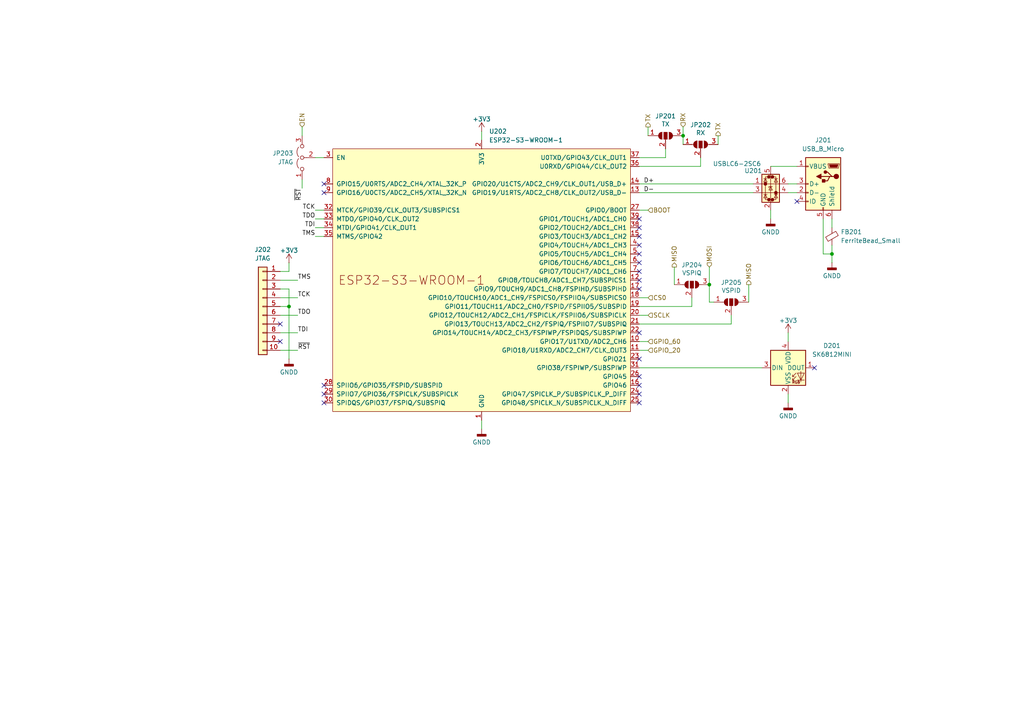
<source format=kicad_sch>
(kicad_sch (version 20250114) (generator "eeschema") (generator_version "9.0")
  (paper "A4")
  (title_block (title "Communication Cape for Beaglebone Black (RS485 / WiFi)") (date "2021-06-13") (rev "0.1") (company "Benedikt Spranger") (comment 1 "SPDX-License-Identifier: CERN-OHL-S-2.0") (comment 2 "https://ohwr.org/cern_ohl_s_v2.txt") (comment 3 "To view a copy of this license, visit ") (comment 4 "This work is licensed under the CERN-OHL-S v2"))
  (lib_symbols
    (symbol "Connector:USB_B_Micro" (pin_names (offset 1.016))
      (property "Reference" "J" (at -5.08 11.43 0))
      (property "Value" "USB_B_Micro" (at -5.08 8.89 0))
      (symbol "USB_B_Micro_0_1"
        (rectangle (start -5.08 -7.62) (end 5.08 7.62) (stroke (width 0.254)) (fill (type background)))
        (polyline (pts (xy -4.699 5.842) (xy -4.699 5.588) (xy -4.445 4.826) (xy -4.445 4.572) (xy -1.651 4.572) (xy -1.651 4.826) (xy -1.397 5.588) (xy -1.397 5.842) (xy -4.699 5.842)))
        (polyline (pts (xy -4.318 5.588) (xy -1.778 5.588) (xy -2.032 4.826) (xy -4.064 4.826) (xy -4.318 5.588)) (fill (type outline)))
        (circle (center -3.81 2.159) (radius 0.635) (stroke (width 0.254)) (fill (type outline)))
        (polyline (pts (xy -3.175 2.159) (xy -2.54 2.159) (xy -1.27 3.429) (xy -0.635 3.429)) (stroke (width 0.254)))
        (polyline (pts (xy -2.54 2.159) (xy -1.905 2.159) (xy -1.27 0.889) (xy 0 0.889)) (stroke (width 0.254)))
        (polyline (pts (xy -1.905 2.159) (xy 0.635 2.159)) (stroke (width 0.254)))
        (circle (center -0.635 3.429) (radius 0.381) (stroke (width 0.254)) (fill (type outline)))
        (rectangle (start -0.127 -7.62) (end 0.127 -6.858))
        (rectangle (start 0.254 1.27) (end -0.508 0.508) (stroke (width 0.254)) (fill (type outline)))
        (polyline (pts (xy 0.635 2.794) (xy 0.635 1.524) (xy 1.905 2.159) (xy 0.635 2.794)) (stroke (width 0.254)) (fill (type outline)))
        (rectangle (start 5.08 4.953) (end 4.318 5.207))
        (rectangle (start 5.08 -0.127) (end 4.318 0.127))
        (rectangle (start 5.08 -2.667) (end 4.318 -2.413))
        (rectangle (start 5.08 -5.207) (end 4.318 -4.953))
      )
      (symbol "USB_B_Micro_1_1"
        (pin passive line (at -2.54 -10.16 90) (length 2.54) (name "Shield") (number "6"))
        (pin power_out line (at 0 -10.16 90) (length 2.54) (name "GND") (number "5"))
        (pin power_out line (at 7.62 5.08 180) (length 2.54) (name "VBUS") (number "1"))
        (pin bidirectional line (at 7.62 0 180) (length 2.54) (name "D+") (number "3"))
        (pin bidirectional line (at 7.62 -2.54 180) (length 2.54) (name "D-") (number "2"))
        (pin passive line (at 7.62 -5.08 180) (length 2.54) (name "ID") (number "4"))
      )
    )
    (symbol "Connector_Generic:Conn_01x10" (pin_names (offset 1.016) (hide yes))
      (property "Reference" "J" (at 0 12.7 0))
      (property "Value" "Conn_01x10" (at 0 -15.24 0))
      (symbol "Conn_01x10_1_1"
        (rectangle (start -1.27 11.43) (end 1.27 -13.97) (stroke (width 0.254)) (fill (type background)))
        (rectangle (start -1.27 10.287) (end 0 10.033) (stroke (width 0.1524)))
        (rectangle (start -1.27 7.747) (end 0 7.493) (stroke (width 0.1524)))
        (rectangle (start -1.27 5.207) (end 0 4.953) (stroke (width 0.1524)))
        (rectangle (start -1.27 2.667) (end 0 2.413) (stroke (width 0.1524)))
        (rectangle (start -1.27 0.127) (end 0 -0.127) (stroke (width 0.1524)))
        (rectangle (start -1.27 -2.413) (end 0 -2.667) (stroke (width 0.1524)))
        (rectangle (start -1.27 -4.953) (end 0 -5.207) (stroke (width 0.1524)))
        (rectangle (start -1.27 -7.493) (end 0 -7.747) (stroke (width 0.1524)))
        (rectangle (start -1.27 -10.033) (end 0 -10.287) (stroke (width 0.1524)))
        (rectangle (start -1.27 -12.573) (end 0 -12.827) (stroke (width 0.1524)))
        (pin passive line (at -5.08 10.16 0) (length 3.81) (name "Pin_1") (number "1"))
        (pin passive line (at -5.08 7.62 0) (length 3.81) (name "Pin_2") (number "2"))
        (pin passive line (at -5.08 5.08 0) (length 3.81) (name "Pin_3") (number "3"))
        (pin passive line (at -5.08 2.54 0) (length 3.81) (name "Pin_4") (number "4"))
        (pin passive line (at -5.08 0 0) (length 3.81) (name "Pin_5") (number "5"))
        (pin passive line (at -5.08 -2.54 0) (length 3.81) (name "Pin_6") (number "6"))
        (pin passive line (at -5.08 -5.08 0) (length 3.81) (name "Pin_7") (number "7"))
        (pin passive line (at -5.08 -7.62 0) (length 3.81) (name "Pin_8") (number "8"))
        (pin passive line (at -5.08 -10.16 0) (length 3.81) (name "Pin_9") (number "9"))
        (pin passive line (at -5.08 -12.7 0) (length 3.81) (name "Pin_10") (number "10"))
      )
    )
    (symbol "Device:FerriteBead_Small" (pin_numbers (hide yes)) (pin_names (offset 0))
      (property "Reference" "FB" (at 1.905 1.27 0))
      (property "Value" "FerriteBead_Small" (at 1.905 -1.27 0))
      (symbol "FerriteBead_Small_0_1"
        (polyline (pts (xy -1.8288 0.2794) (xy -1.1176 1.4986) (xy 1.8288 -0.2032) (xy 1.1176 -1.4224) (xy -1.8288 0.2794)))
        (polyline (pts (xy 0 0.889) (xy 0 1.2954)))
        (polyline (pts (xy 0 -1.27) (xy 0 -0.7874)))
      )
      (symbol "FerriteBead_Small_1_1"
        (pin passive line (at 0 2.54 270) (length 1.27) (name "~") (number "1"))
        (pin passive line (at 0 -2.54 90) (length 1.27) (name "~") (number "2"))
      )
    )
    (symbol "Espressif:ESP32-S3-WROOM-1" (pin_names (offset 1.016))
      (property "Reference" "U" (at -43.18 43.18 0))
      (property "Value" "ESP32-S3-WROOM-1" (at -43.18 40.64 0))
      (symbol "ESP32-S3-WROOM-1_0_0"
        (text "ESP32-S3-WROOM-1" (at -20.32 0 0) (effects (font (size 2.54 2.54))))
        (pin input line (at -45.72 35.56 0) (length 2.54) (name "EN") (number "3"))
        (pin bidirectional line (at -45.72 27.94 0) (length 2.54) (name "GPIO15/U0RTS/ADC2_CH4/XTAL_32K_P") (number "8"))
        (pin bidirectional line (at -45.72 25.4 0) (length 2.54) (name "GPIO16/U0CTS/ADC2_CH5/XTAL_32K_N") (number "9"))
        (pin bidirectional line (at -45.72 20.32 0) (length 2.54) (name "MTCK/GPIO39/CLK_OUT3/SUBSPICS1") (number "32"))
        (pin bidirectional line (at -45.72 17.78 0) (length 2.54) (name "MTDO/GPIO40/CLK_OUT2") (number "33"))
        (pin bidirectional line (at -45.72 15.24 0) (length 2.54) (name "MTDI/GPIO41/CLK_OUT1") (number "34"))
        (pin bidirectional line (at -45.72 12.7 0) (length 2.54) (name "MTMS/GPIO42") (number "35"))
        (pin bidirectional line (at -45.72 -30.48 0) (length 2.54) (name "SPIIO6/GPIO35/FSPID/SUBSPID") (number "28"))
        (pin bidirectional line (at -45.72 -33.02 0) (length 2.54) (name "SPIIO7/GPIO36/FSPICLK/SUBSPICLK") (number "29"))
        (pin bidirectional line (at -45.72 -35.56 0) (length 2.54) (name "SPIDQS/GPIO37/FSPIQ/SUBSPIQ") (number "30"))
        (pin power_in line (at 0 40.64 270) (length 2.54) (name "3V3") (number "2"))
        (pin power_in line (at 0 -40.64 90) (length 2.54) (name "GND") (number "1"))
        (pin passive line (at 0 -40.64 90) (length 2.54) (hide yes) (name "GND") (number "40"))
        (pin passive line (at 0 -40.64 90) (length 2.54) (hide yes) (name "GND") (number "41"))
        (pin bidirectional line (at 45.72 35.56 180) (length 2.54) (name "U0TXD/GPIO43/CLK_OUT1") (number "37"))
        (pin bidirectional line (at 45.72 33.02 180) (length 2.54) (name "U0RXD/GPIO44/CLK_OUT2") (number "36"))
        (pin bidirectional line (at 45.72 27.94 180) (length 2.54) (name "GPIO20/U1CTS/ADC2_CH9/CLK_OUT1/USB_D+") (number "14"))
        (pin bidirectional line (at 45.72 25.4 180) (length 2.54) (name "GPIO19/U1RTS/ADC2_CH8/CLK_OUT2/USB_D-") (number "13"))
        (pin bidirectional line (at 45.72 20.32 180) (length 2.54) (name "GPIO0/BOOT") (number "27"))
        (pin bidirectional line (at 45.72 17.78 180) (length 2.54) (name "GPIO1/TOUCH1/ADC1_CH0") (number "39"))
        (pin bidirectional line (at 45.72 15.24 180) (length 2.54) (name "GPIO2/TOUCH2/ADC1_CH1") (number "38"))
        (pin bidirectional line (at 45.72 12.7 180) (length 2.54) (name "GPIO3/TOUCH3/ADC1_CH2") (number "15"))
        (pin bidirectional line (at 45.72 10.16 180) (length 2.54) (name "GPIO4/TOUCH4/ADC1_CH3") (number "4"))
        (pin bidirectional line (at 45.72 7.62 180) (length 2.54) (name "GPIO5/TOUCH5/ADC1_CH4") (number "5"))
        (pin bidirectional line (at 45.72 5.08 180) (length 2.54) (name "GPIO6/TOUCH6/ADC1_CH5") (number "6"))
        (pin bidirectional line (at 45.72 2.54 180) (length 2.54) (name "GPIO7/TOUCH7/ADC1_CH6") (number "7"))
        (pin bidirectional line (at 45.72 0 180) (length 2.54) (name "GPIO8/TOUCH8/ADC1_CH7/SUBSPICS1") (number "12"))
        (pin bidirectional line (at 45.72 -2.54 180) (length 2.54) (name "GPIO9/TOUCH9/ADC1_CH8/FSPIHD/SUBSPIHD") (number "17"))
        (pin bidirectional line (at 45.72 -5.08 180) (length 2.54) (name "GPIO10/TOUCH10/ADC1_CH9/FSPICS0/FSPIIO4/SUBSPICS0") (number "18"))
        (pin bidirectional line (at 45.72 -7.62 180) (length 2.54) (name "GPIO11/TOUCH11/ADC2_CH0/FSPID/FSPIIO5/SUBSPID") (number "19"))
        (pin bidirectional line (at 45.72 -10.16 180) (length 2.54) (name "GPIO12/TOUCH12/ADC2_CH1/FSPICLK/FSPIIO6/SUBSPICLK") (number "20"))
        (pin bidirectional line (at 45.72 -12.7 180) (length 2.54) (name "GPIO13/TOUCH13/ADC2_CH2/FSPIQ/FSPIIO7/SUBSPIQ") (number "21"))
        (pin bidirectional line (at 45.72 -15.24 180) (length 2.54) (name "GPIO14/TOUCH14/ADC2_CH3/FSPIWP/FSPIDQS/SUBSPIWP") (number "22"))
        (pin bidirectional line (at 45.72 -17.78 180) (length 2.54) (name "GPIO17/U1TXD/ADC2_CH6") (number "10"))
        (pin bidirectional line (at 45.72 -20.32 180) (length 2.54) (name "GPIO18/U1RXD/ADC2_CH7/CLK_OUT3") (number "11"))
        (pin bidirectional line (at 45.72 -22.86 180) (length 2.54) (name "GPIO21") (number "23"))
        (pin bidirectional line (at 45.72 -25.4 180) (length 2.54) (name "GPIO38/FSPIWP/SUBSPIWP") (number "31"))
        (pin bidirectional line (at 45.72 -27.94 180) (length 2.54) (name "GPIO45") (number "26"))
        (pin bidirectional line (at 45.72 -30.48 180) (length 2.54) (name "GPIO46") (number "16"))
        (pin bidirectional line (at 45.72 -33.02 180) (length 2.54) (name "GPIO47/SPICLK_P/SUBSPICLK_P_DIFF") (number "24"))
        (pin bidirectional line (at 45.72 -35.56 180) (length 2.54) (name "GPIO48/SPICLK_N/SUBSPICLK_N_DIFF") (number "25"))
      )
      (symbol "ESP32-S3-WROOM-1_0_1"
        (rectangle (start -43.18 38.1) (end 43.18 -38.1) (fill (type background)))
      )
    )
    (symbol "Jumper:Jumper_3_Open" (pin_names (offset 0) (hide yes)) (in_bom no)
      (property "Reference" "JP" (at -2.54 -2.54 0))
      (property "Value" "Jumper_3_Open" (at 0 2.794 0))
      (symbol "Jumper_3_Open_0_0"
        (circle (center -3.302 0) (radius 0.508))
        (circle (center 0 0) (radius 0.508))
        (circle (center 3.302 0) (radius 0.508))
      )
      (symbol "Jumper_3_Open_0_1"
        (arc (start -3.048 1.016) (mid -1.651 1.4992) (end -0.254 1.016))
        (polyline (pts (xy 0 -0.508) (xy 0 -1.27)))
        (arc (start 0.254 1.016) (mid 1.651 1.4992) (end 3.048 1.016))
      )
      (symbol "Jumper_3_Open_1_1"
        (pin passive line (at -6.35 0 0) (length 2.54) (name "A") (number "1"))
        (pin passive line (at 0 -3.81 90) (length 2.54) (name "C") (number "2"))
        (pin passive line (at 6.35 0 180) (length 2.54) (name "B") (number "3"))
      )
    )
    (symbol "Jumper:SolderJumper_3_Open" (pin_names (offset 0) (hide yes)) (in_bom no)
      (property "Reference" "JP" (at -2.54 -2.54 0))
      (property "Value" "SolderJumper_3_Open" (at 0 2.794 0))
      (symbol "SolderJumper_3_Open_0_1"
        (polyline (pts (xy -2.54 0) (xy -2.032 0)))
        (polyline (pts (xy -1.016 1.016) (xy -1.016 -1.016)))
        (arc (start -1.016 -1.016) (mid -2.0276 0) (end -1.016 1.016))
        (arc (start -1.016 -1.016) (mid -2.0276 0) (end -1.016 1.016) (fill (type outline)))
        (rectangle (start -0.508 1.016) (end 0.508 -1.016) (fill (type outline)))
        (polyline (pts (xy 0 -1.27) (xy 0 -1.016)))
        (arc (start 1.016 1.016) (mid 2.0276 0) (end 1.016 -1.016))
        (arc (start 1.016 1.016) (mid 2.0276 0) (end 1.016 -1.016) (fill (type outline)))
        (polyline (pts (xy 1.016 1.016) (xy 1.016 -1.016)))
        (polyline (pts (xy 2.54 0) (xy 2.032 0)))
      )
      (symbol "SolderJumper_3_Open_1_1"
        (pin passive line (at -5.08 0 0) (length 2.54) (name "A") (number "1"))
        (pin passive line (at 0 -3.81 90) (length 2.54) (name "C") (number "2"))
        (pin passive line (at 5.08 0 180) (length 2.54) (name "B") (number "3"))
      )
    )
    (symbol "LED:SK6812MINI" (pin_names (offset 0.254))
      (property "Reference" "D" (at 5.08 5.715 0))
      (property "Value" "SK6812MINI" (at 1.27 -5.715 0))
      (symbol "SK6812MINI_0_0"
        (text "RGB" (at 2.286 -4.191 0) (effects (font (size 0.762 0.762))))
      )
      (symbol "SK6812MINI_0_1"
        (polyline (pts (xy 1.27 -2.54) (xy 1.778 -2.54)))
        (polyline (pts (xy 1.27 -3.556) (xy 1.778 -3.556)))
        (polyline (pts (xy 2.286 -1.524) (xy 1.27 -2.54) (xy 1.27 -2.032)))
        (polyline (pts (xy 2.286 -2.54) (xy 1.27 -3.556) (xy 1.27 -3.048)))
        (polyline (pts (xy 3.683 -1.016) (xy 3.683 -3.556) (xy 3.683 -4.064)))
        (polyline (pts (xy 4.699 -1.524) (xy 2.667 -1.524) (xy 3.683 -3.556) (xy 4.699 -1.524)))
        (polyline (pts (xy 4.699 -3.556) (xy 2.667 -3.556)))
        (rectangle (start 5.08 5.08) (end -5.08 -5.08) (stroke (width 0.254)) (fill (type background)))
      )
      (symbol "SK6812MINI_1_1"
        (pin input line (at -7.62 0 0) (length 2.54) (name "DIN") (number "3"))
        (pin power_in line (at 0 7.62 270) (length 2.54) (name "VDD") (number "4"))
        (pin power_in line (at 0 -7.62 90) (length 2.54) (name "VSS") (number "2"))
        (pin output line (at 7.62 0 180) (length 2.54) (name "DOUT") (number "1"))
      )
    )
    (symbol "Power_Protection:USBLC6-2SC6" (pin_names (hide yes))
      (property "Reference" "U" (at 0.635 5.715 0))
      (property "Value" "USBLC6-2SC6" (at 0.635 3.81 0))
      (symbol "USBLC6-2SC6_0_0"
        (circle (center -1.524 0) (radius 0.0001) (stroke (width 0.508)))
        (circle (center -0.508 2.032) (radius 0.0001) (stroke (width 0.508)))
        (circle (center -0.508 -4.572) (radius 0.0001) (stroke (width 0.508)))
        (circle (center 0.508 2.032) (radius 0.0001) (stroke (width 0.508)))
        (circle (center 0.508 -4.572) (radius 0.0001) (stroke (width 0.508)))
        (circle (center 1.524 -2.54) (radius 0.0001) (stroke (width 0.508)))
      )
      (symbol "USBLC6-2SC6_0_1"
        (polyline (pts (xy -2.54 0) (xy 2.54 0)))
        (polyline (pts (xy -2.54 -2.54) (xy 2.54 -2.54)))
        (polyline (pts (xy -2.032 0.508) (xy -1.016 0.508) (xy -1.524 1.524) (xy -2.032 0.508)))
        (polyline (pts (xy -2.032 -3.048) (xy -1.016 -3.048)))
        (polyline (pts (xy -1.016 1.524) (xy -2.032 1.524)))
        (polyline (pts (xy -1.016 -4.064) (xy -2.032 -4.064) (xy -1.524 -3.048) (xy -1.016 -4.064)))
        (polyline (pts (xy -0.508 -1.143) (xy -0.508 -0.762) (xy 0.508 -0.762)))
        (polyline (pts (xy 0 2.54) (xy -0.508 2.032) (xy 0.508 2.032) (xy 0 1.524) (xy 0 -4.064) (xy -0.508 -4.572) (xy 0.508 -4.572) (xy 0 -5.08)))
        (polyline (pts (xy 0.508 -1.778) (xy -0.508 -1.778) (xy 0 -0.762) (xy 0.508 -1.778)))
        (polyline (pts (xy 1.016 1.524) (xy 2.032 1.524)))
        (polyline (pts (xy 1.016 -3.048) (xy 2.032 -3.048)))
        (polyline (pts (xy 2.032 0.508) (xy 1.016 0.508) (xy 1.524 1.524) (xy 2.032 0.508)))
        (polyline (pts (xy 2.032 -4.064) (xy 1.016 -4.064) (xy 1.524 -3.048) (xy 2.032 -4.064)))
      )
      (symbol "USBLC6-2SC6_1_1"
        (rectangle (start -2.54 2.794) (end 2.54 -5.334) (stroke (width 0.254)) (fill (type background)))
        (polyline (pts (xy -0.508 2.032) (xy -1.524 2.032) (xy -1.524 -4.572) (xy -0.508 -4.572)))
        (polyline (pts (xy 0.508 -4.572) (xy 1.524 -4.572) (xy 1.524 2.032) (xy 0.508 2.032)))
        (pin passive line (at -5.08 0 0) (length 2.54) (name "I/O1") (number "1"))
        (pin passive line (at -5.08 -2.54 0) (length 2.54) (name "I/O2") (number "3"))
        (pin passive line (at 0 5.08 270) (length 2.54) (name "VBUS") (number "5"))
        (pin passive line (at 0 -7.62 90) (length 2.54) (name "GND") (number "2"))
        (pin passive line (at 5.08 0 180) (length 2.54) (name "I/O1") (number "6"))
        (pin passive line (at 5.08 -2.54 180) (length 2.54) (name "I/O2") (number "4"))
      )
    )
    (symbol "power:+3.3V" (power) (pin_numbers (hide yes)) (pin_names (offset 0) (hide yes))
      (property "Value" "+3.3V" (at 0 3.556 0))
      (symbol "+3.3V_0_1"
        (polyline (pts (xy -0.762 1.27) (xy 0 2.54)))
        (polyline (pts (xy 0 2.54) (xy 0.762 1.27)))
        (polyline (pts (xy 0 0) (xy 0 2.54)))
      )
      (symbol "+3.3V_1_1"
        (pin power_in line (at 0 0 90) (length 0) (name "~") (number "1"))
      )
    )
    (symbol "power:GNDD" (power) (pin_numbers (hide yes)) (pin_names (offset 0) (hide yes))
      (property "Value" "GNDD" (at 0 -3.175 0))
      (symbol "GNDD_0_1"
        (rectangle (start -1.27 -1.524) (end 1.27 -2.032) (stroke (width 0.254)) (fill (type outline)))
        (polyline (pts (xy 0 0) (xy 0 -1.524)))
      )
      (symbol "GNDD_1_1"
        (pin power_in line (at 0 0 270) (length 0) (name "~") (number "1"))
      )
    )
  )
  (junction (at 198.12 39.37))
  (junction (at 83.82 88.9))
  (junction (at 205.74 82.55))
  (junction (at 241.3 73.66))
  (no_connect (at 81.28 99.06))
  (no_connect (at 185.42 66.04))
  (no_connect (at 185.42 76.2))
  (no_connect (at 185.42 68.58))
  (no_connect (at 185.42 104.14))
  (no_connect (at 93.98 53.34))
  (no_connect (at 185.42 63.5))
  (no_connect (at 185.42 96.52))
  (no_connect (at 93.98 114.3))
  (no_connect (at 185.42 71.12))
  (no_connect (at 185.42 78.74))
  (no_connect (at 93.98 55.88))
  (no_connect (at 185.42 83.82))
  (no_connect (at 185.42 109.22))
  (no_connect (at 93.98 116.84))
  (no_connect (at 231.14 58.42))
  (no_connect (at 185.42 73.66))
  (no_connect (at 185.42 81.28))
  (no_connect (at 236.22 106.68))
  (no_connect (at 185.42 111.76))
  (no_connect (at 93.98 111.76))
  (no_connect (at 81.28 93.98))
  (no_connect (at 185.42 116.84))
  (no_connect (at 185.42 114.3))
  (wire (pts (xy 198.12 39.37) (xy 198.12 41.91)))
  (wire (pts (xy 91.44 63.5) (xy 93.98 63.5)))
  (wire (pts (xy 241.3 63.5) (xy 241.3 66.04)))
  (wire (pts (xy 185.42 101.6) (xy 187.96 101.6)))
  (wire (pts (xy 205.74 82.55) (xy 205.74 87.63)))
  (wire (pts (xy 81.28 91.44) (xy 86.36 91.44)))
  (wire (pts (xy 241.3 73.66) (xy 241.3 76.2)))
  (wire (pts (xy 91.44 68.58) (xy 93.98 68.58)))
  (wire (pts (xy 205.74 87.63) (xy 207.01 87.63)))
  (wire (pts (xy 81.28 96.52) (xy 86.36 96.52)))
  (wire (pts (xy 208.28 39.37) (xy 208.28 41.91)))
  (wire (pts (xy 81.28 83.82) (xy 83.82 83.82)))
  (wire (pts (xy 185.42 55.88) (xy 218.44 55.88)))
  (wire (pts (xy 81.28 88.9) (xy 83.82 88.9)))
  (wire (pts (xy 185.42 88.9) (xy 200.66 88.9)))
  (wire (pts (xy 81.28 81.28) (xy 86.36 81.28)))
  (wire (pts (xy 87.63 52.07) (xy 87.63 54.61)))
  (wire (pts (xy 195.58 77.47) (xy 195.58 82.55)))
  (wire (pts (xy 81.28 78.74) (xy 83.82 78.74)))
  (wire (pts (xy 200.66 88.9) (xy 200.66 86.36)))
  (wire (pts (xy 81.28 101.6) (xy 86.36 101.6)))
  (wire (pts (xy 238.76 63.5) (xy 238.76 73.66)))
  (wire (pts (xy 185.42 48.26) (xy 203.2 48.26)))
  (wire (pts (xy 185.42 106.68) (xy 220.98 106.68)))
  (wire (pts (xy 185.42 93.98) (xy 212.09 93.98)))
  (wire (pts (xy 223.52 60.96) (xy 223.52 63.5)))
  (wire (pts (xy 83.82 83.82) (xy 83.82 88.9)))
  (wire (pts (xy 187.96 60.96) (xy 185.42 60.96)))
  (wire (pts (xy 238.76 73.66) (xy 241.3 73.66)))
  (wire (pts (xy 217.17 82.55) (xy 217.17 87.63)))
  (wire (pts (xy 203.2 48.26) (xy 203.2 45.72)))
  (wire (pts (xy 185.42 53.34) (xy 218.44 53.34)))
  (wire (pts (xy 187.96 91.44) (xy 185.42 91.44)))
  (wire (pts (xy 91.44 60.96) (xy 93.98 60.96)))
  (wire (pts (xy 87.63 36.83) (xy 87.63 39.37)))
  (wire (pts (xy 193.04 45.72) (xy 193.04 43.18)))
  (wire (pts (xy 187.96 36.83) (xy 187.96 39.37)))
  (wire (pts (xy 91.44 66.04) (xy 93.98 66.04)))
  (wire (pts (xy 83.82 78.74) (xy 83.82 76.2)))
  (wire (pts (xy 241.3 73.66) (xy 241.3 71.12)))
  (wire (pts (xy 139.7 121.92) (xy 139.7 124.46)))
  (wire (pts (xy 198.12 36.83) (xy 198.12 39.37)))
  (wire (pts (xy 212.09 93.98) (xy 212.09 91.44)))
  (wire (pts (xy 185.42 45.72) (xy 193.04 45.72)))
  (wire (pts (xy 223.52 48.26) (xy 231.14 48.26)))
  (wire (pts (xy 228.6 55.88) (xy 231.14 55.88)))
  (wire (pts (xy 228.6 96.52) (xy 228.6 99.06)))
  (wire (pts (xy 228.6 53.34) (xy 231.14 53.34)))
  (wire (pts (xy 81.28 86.36) (xy 86.36 86.36)))
  (wire (pts (xy 93.98 45.72) (xy 91.44 45.72)))
  (wire (pts (xy 139.7 38.1) (xy 139.7 40.64)))
  (wire (pts (xy 83.82 88.9) (xy 83.82 104.14)))
  (wire (pts (xy 205.74 77.47) (xy 205.74 82.55)))
  (wire (pts (xy 228.6 114.3) (xy 228.6 116.84)))
  (wire (pts (xy 185.42 86.36) (xy 187.96 86.36)))
  (wire (pts (xy 185.42 99.06) (xy 187.96 99.06)))
  (label "TDO" (at 86.36 91.44 0))
  (label "TDI" (at 91.44 66.04 180))
  (label "TMS" (at 91.44 68.58 180))
  (label "D-" (at 186.69 55.88 0))
  (label "TDI" (at 86.36 96.52 0))
  (label "D+" (at 186.69 53.34 0))
  (label "TCK" (at 91.44 60.96 180))
  (label "TDO" (at 91.44 63.5 180))
  (label "~{RST}" (at 86.36 101.6 0))
  (label "~{RST}" (at 87.63 54.61 270))
  (label "TMS" (at 86.36 81.28 0))
  (label "TCK" (at 86.36 86.36 0))
  (hierarchical_label "MOSI" (shape input) (at 205.74 77.47 90))
  (hierarchical_label "MISO" (shape output) (at 217.17 82.55 90))
  (hierarchical_label "CS0" (shape input) (at 187.96 86.36 0))
  (hierarchical_label "EN" (shape input) (at 87.63 36.83 90))
  (hierarchical_label "BOOT" (shape input) (at 187.96 60.96 0))
  (hierarchical_label "RX" (shape input) (at 198.12 36.83 90))
  (hierarchical_label "TX" (shape output) (at 208.28 39.37 90))
  (hierarchical_label "SCLK" (shape input) (at 187.96 91.44 0))
  (hierarchical_label "MISO" (shape output) (at 195.58 77.47 90))
  (hierarchical_label "TX" (shape output) (at 187.96 36.83 90))
  (hierarchical_label "GPIO_20" (shape input) (at 187.96 101.6 0))
  (hierarchical_label "GPIO_60" (shape input) (at 187.96 99.06 0))
  (symbol (lib_id "power:GNDD") (at 139.7 124.46 0) (unit 1)
    (property "Reference" "#PWR0209" (effects (hide yes)))
    (property "Value" "GNDD" (at 139.7 128.27 0))
    (property "Description" "Power symbol creates a global label with name \"GNDD\" , digital ground" (effects (hide yes)))
  )
  (symbol (lib_id "power:+3.3V") (at 83.82 76.2 0) (unit 1)
    (property "Reference" "#PWR0204" (effects (hide yes)))
    (property "Value" "+3V3" (at 83.82 72.644 0))
    (property "Description" "Power symbol creates a global label with name \"+3.3V\"" (effects (hide yes)))
  )
  (symbol (lib_id "Jumper:SolderJumper_3_Open") (at 193.04 39.37 0) (unit 1) (in_bom no)
    (property "Reference" "JP201" (at 193.04 33.6804 0))
    (property "Value" "TX" (at 193.04 35.9918 0))
    (property "Footprint" "Jumper:SolderJumper-3_P1.3mm_Open_RoundedPad1.0x1.5mm" (effects (hide yes)))
    (property "Description" "Solder Jumper, 3-pole, open" (effects (hide yes)))
    (property "assemble" "n" (effects (hide yes)))
    (property "Source" "---" (effects (hide yes)))
    (property "MP" "N/A" (effects (hide yes)))
  )
  (symbol (lib_id "Jumper:SolderJumper_3_Open") (at 203.2 41.91 0) (unit 1) (in_bom no)
    (property "Reference" "JP202" (at 203.2 36.2204 0))
    (property "Value" "RX" (at 203.2 38.5318 0))
    (property "Footprint" "Jumper:SolderJumper-3_P1.3mm_Open_RoundedPad1.0x1.5mm" (effects (hide yes)))
    (property "Description" "Solder Jumper, 3-pole, open" (effects (hide yes)))
    (property "assemble" "n" (effects (hide yes)))
    (property "Source" "---" (effects (hide yes)))
    (property "MP" "N/A" (effects (hide yes)))
  )
  (symbol (lib_id "Jumper:SolderJumper_3_Open") (at 200.66 82.55 0) (unit 1) (in_bom no)
    (property "Reference" "JP204" (at 200.66 76.8604 0))
    (property "Value" "VSPIQ" (at 200.66 79.1718 0))
    (property "Footprint" "Jumper:SolderJumper-3_P1.3mm_Open_RoundedPad1.0x1.5mm" (effects (hide yes)))
    (property "Description" "Solder Jumper, 3-pole, open" (effects (hide yes)))
    (property "assemble" "n" (effects (hide yes)))
    (property "Source" "---" (effects (hide yes)))
    (property "MP" "N/A" (effects (hide yes)))
  )
  (symbol (lib_id "Jumper:SolderJumper_3_Open") (at 212.09 87.63 0) (unit 1) (in_bom no)
    (property "Reference" "JP205" (at 212.09 81.9404 0))
    (property "Value" "VSPID" (at 212.09 84.2518 0))
    (property "Footprint" "Jumper:SolderJumper-3_P1.3mm_Open_RoundedPad1.0x1.5mm" (effects (hide yes)))
    (property "Description" "Solder Jumper, 3-pole, open" (effects (hide yes)))
    (property "assemble" "n" (effects (hide yes)))
    (property "Source" "---" (effects (hide yes)))
    (property "MP" "N/A" (effects (hide yes)))
  )
  (symbol (lib_id "power:+3.3V") (at 228.6 96.52 0) (unit 1)
    (property "Reference" "#PWR0206" (effects (hide yes)))
    (property "Value" "+3V3" (at 228.6 92.964 0))
    (property "Description" "Power symbol creates a global label with name \"+3.3V\"" (effects (hide yes)))
  )
  (symbol (lib_id "power:GNDD") (at 83.82 104.14 0) (unit 1)
    (property "Reference" "#PWR0207" (effects (hide yes)))
    (property "Value" "GNDD" (at 83.82 107.95 0))
    (property "Description" "Power symbol creates a global label with name \"GNDD\" , digital ground" (effects (hide yes)))
  )
  (symbol (lib_id "Connector:USB_B_Micro") (at 238.76 53.34 0) (mirror y) (unit 1)
    (property "Reference" "J201" (at 238.76 40.64 0))
    (property "Value" "USB_B_Micro" (at 238.76 43.18 0))
    (property "Footprint" "Connector_USB:USB_Micro-B_Amphenol_10103594-0001LF_Horizontal" (effects (hide yes)))
    (property "Description" "USB Micro Type B connector" (effects (hide yes)))
    (property "Long Description" "-30℃~+80℃ 1 5P Female Micro-B Surface Mount, Right Angle USB 2.0 SMD USB Connectors ROHS" (effects (hide yes)))
    (property "Source" "JLCPCB" (effects (hide yes)))
    (property "SupplLink" "https://jlcpcb.com/partdetail/AmphenolICC-101035940001LF/C428495" (effects (hide yes)))
    (property "assemble" "y" (effects (hide yes)))
    (property "MF" "Amphenol ICC" (effects (hide yes)))
    (property "MP" "10103594-0001LF" (effects (hide yes)))
    (property "lcsc#" "C428495" (effects (hide yes)))
  )
  (symbol (lib_id "power:GNDD") (at 223.52 63.5 0) (unit 1)
    (property "Reference" "#PWR0203" (effects (hide yes)))
    (property "Value" "GNDD" (at 223.52 67.31 0))
    (property "Description" "Power symbol creates a global label with name \"GNDD\" , digital ground" (effects (hide yes)))
  )
  (symbol (lib_id "Espressif:ESP32-S3-WROOM-1") (at 139.7 81.28 0) (unit 1)
    (property "Reference" "U202" (at 141.8433 38.1 0) (effects (justify left)))
    (property "Value" "ESP32-S3-WROOM-1" (at 141.8433 40.64 0) (effects (justify left)))
    (property "Footprint" "PCM_Espressif:ESP32-S3-WROOM-1U" (effects (hide yes)))
    (property "Datasheet" "https://www.espressif.com/sites/default/files/documentation/esp32-s3-wroom-1_wroom-1u_datasheet_en.pdf" (effects (hide yes)))
    (property "Description" "2.4 GHz WiFi (802.11 b/g/n) and Bluetooth ® 5 (LE) module Built around ESP32S3 series of SoCs, Xtensa ® dualcore 32bit LX7 microprocessor Flash up to 16 MB, PSRAM up to 8 MB 36 GPIOs, rich set of peripherals Onboard PCB antenna" (effects (hide yes)))
    (property "Long Description" "SMD,19.2x18mm WiFi Modules ROHS" (effects (hide yes)))
    (property "Source" "JLCPCB" (effects (hide yes)))
    (property "SupplLink" "https://jlcpcb.com/partdetail/3522416-ESP32_S3_WROOM_1UN16R8/C3013946" (effects (hide yes)))
    (property "assemble" "y" (effects (hide yes)))
    (property "MF" "Espressif Systems" (effects (hide yes)))
    (property "MP" "ESP32-S3-WROOM-1U-N16R8" (effects (hide yes)))
    (property "lcsc#" "C3013946" (effects (hide yes)))
  )
  (symbol (lib_id "power:GNDD") (at 241.3 76.2 0) (unit 1)
    (property "Reference" "#PWR0205" (effects (hide yes)))
    (property "Value" "GNDD" (at 241.3 80.01 0))
    (property "Description" "Power symbol creates a global label with name \"GNDD\" , digital ground" (effects (hide yes)))
  )
  (symbol (lib_id "Jumper:Jumper_3_Open") (at 87.63 45.72 90) (unit 1) (in_bom no)
    (property "Reference" "JP203" (at 85.09 44.4499 90) (effects (justify left)))
    (property "Value" "JTAG" (at 85.09 46.9899 90) (effects (justify left)))
    (property "Footprint" "Connector_PinHeader_2.54mm:PinHeader_1x03_P2.54mm_Vertical" (effects (hide yes)))
    (property "Description" "Jumper, 3-pole, both open" (effects (hide yes)))
    (property "Long Description" "Connector: pin strips; pin header; male; PIN: 3; THT; straight; 1x3" (effects (hide yes)))
    (property "Source" "TME" (effects (hide yes)))
    (property "SupplLink" "https://www.tme.eu/de/en/details/zl201-03g/pin-headers/connfly/ds1021-1-3sf11-b/" (effects (hide yes)))
    (property "tme#" "ZL201-03G" (effects (hide yes)))
    (property "assemble" "n" (effects (hide yes)))
    (property "MF" "CONNFLY" (effects (hide yes)))
    (property "MP" "DS1021-1*3SF11-B" (effects (hide yes)))
  )
  (symbol (lib_id "power:GNDD") (at 228.6 116.84 0) (unit 1)
    (property "Reference" "#PWR0208" (effects (hide yes)))
    (property "Value" "GNDD" (at 228.6 120.65 0))
    (property "Description" "Power symbol creates a global label with name \"GNDD\" , digital ground" (effects (hide yes)))
  )
  (symbol (lib_id "Connector_Generic:Conn_01x10") (at 76.2 88.9 0) (mirror y) (unit 1)
    (property "Reference" "J202" (at 76.2 72.39 0))
    (property "Value" "JTAG" (at 76.2 74.93 0))
    (property "Footprint" "Connector:Tag-Connect_TC2050-IDC-FP_2x05_P1.27mm_Vertical" (effects (hide yes)))
    (property "Description" "Generic connector, single row, 01x10, script generated (kicad-library-utils/schlib/autogen/connector/)" (effects (hide yes)))
    (property "Source" "---" (effects (hide yes)))
    (property "assemble" "n" (effects (hide yes)))
    (property "MF" "Tag Connect" (effects (hide yes)))
    (property "MP" "TC2050-IDC-FP" (effects (hide yes)))
  )
  (symbol (lib_id "Power_Protection:USBLC6-2SC6") (at 223.52 53.34 0) (unit 1)
    (property "Reference" "U201" (at 215.9 49.53 0) (effects (justify left)))
    (property "Value" "USBLC6-2SC6" (at 206.756 47.498 0) (effects (justify left)))
    (property "Footprint" "Package_TO_SOT_SMD:SOT-23-6" (effects (hide yes)))
    (property "Datasheet" "https://www.st.com/resource/en/datasheet/usblc6-2.pdf" (effects (hide yes)))
    (property "Description" "Very low capacitance ESD protection diode, 2 data-line, SOT-23-6" (effects (hide yes)))
    (property "Long Description" "0.8pF 100nA 150W@8/20us 15V 2 5V 6A@8/20us 6V ESD SOT-23-6 ESD and Surge Protection (TVS/ESD) ROHS" (effects (hide yes)))
    (property "Source" "JLCPCB" (effects (hide yes)))
    (property "SupplLink" "https://jlcpcb.com/partdetail/2790619-USBLC62SC6/C2687116" (effects (hide yes)))
    (property "assemble" "y" (effects (hide yes)))
    (property "MF" "UMW(Youtai Semiconductor Co., Ltd.)" (effects (hide yes)))
    (property "MP" "USBLC6-2SC6" (effects (hide yes)))
    (property "lcsc#" "C2687116" (effects (hide yes)))
  )
  (symbol (lib_id "LED:SK6812MINI") (at 228.6 106.68 0) (unit 1)
    (property "Reference" "D201" (at 241.3 100.2598 0))
    (property "Value" "SK6812MINI" (at 241.3 102.7998 0))
    (property "Footprint" "LED_SMD:LED_SK6812MINI_PLCC4_3.5x3.5mm_P1.75mm" (effects (hide yes)))
    (property "Datasheet" "https://cdn-shop.adafruit.com/product-files/2686/SK6812MINI_REV.01-1-2.pdf" (effects (hide yes)))
    (property "Description" "RGB LED with integrated controller" (effects (hide yes)))
    (property "Long Description" "-40℃~+85℃ 0.6mA 1.95mm 120° 1kHz 2000V 3.5mm 3.7V~5.5V 3.7mm 800Kbit/s B:465nm~475nm R:200mcd~385mcd Semi-transparent lens SMD-4P,3.7x3.5mm RGB LEDs(Built-in IC) ROHS" (effects (hide yes)))
    (property "Source" "JLCPCB" (effects (hide yes)))
    (property "SupplLink" "https://jlcpcb.com/partdetail/OPSCOOptoelectronics-SK6812MINIHS/C2922787" (effects (hide yes)))
    (property "assemble" "y" (effects (hide yes)))
    (property "MF" "OPSCO Optoelectronics" (effects (hide yes)))
    (property "MP" "SK6812MINI-HS" (effects (hide yes)))
    (property "lcsc#" "C2922787" (effects (hide yes)))
  )
  (symbol (lib_id "power:+3.3V") (at 139.7 38.1 0) (unit 1)
    (property "Reference" "#PWR0201" (effects (hide yes)))
    (property "Value" "+3V3" (at 139.7 34.544 0))
    (property "Description" "Power symbol creates a global label with name \"+3.3V\"" (effects (hide yes)))
  )
  (symbol (lib_id "Device:FerriteBead_Small") (at 241.3 68.58 0) (mirror y) (unit 1)
    (property "Reference" "FB201" (at 243.84 67.2718 0) (effects (justify right)))
    (property "Value" "FerriteBead_Small" (at 243.84 69.8118 0) (effects (justify right)))
    (property "Footprint" "Inductor_SMD:L_0402_1005Metric" (effects (hide yes)))
    (property "Description" "Ferrite bead, small symbol" (effects (hide yes)))
    (property "Long Description" "-55℃~+125℃ 1 120Ω@100MHz 2A 50mΩ ±25% 0603 Ferrite Beads ROHS" (effects (hide yes)))
    (property "Source" "JLCPCB" (effects (hide yes)))
    (property "SupplLink" "https://jlcpcb.com/partdetail/MurataElectronics-BLM18PG121SN1D/C14709" (effects (hide yes)))
    (property "assemble" "y" (effects (hide yes)))
    (property "MF" "Murata Electronics" (effects (hide yes)))
    (property "MP" "BLM18PG121SN1D" (effects (hide yes)))
    (property "lcsc#" "C14709" (effects (hide yes)))
  )
)
</source>
